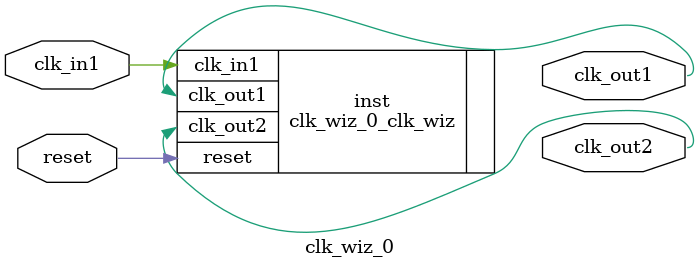
<source format=v>


`timescale 1ps/1ps

(* CORE_GENERATION_INFO = "clk_wiz_0,clk_wiz_v6_0_10_0_0,{component_name=clk_wiz_0,use_phase_alignment=true,use_min_o_jitter=false,use_max_i_jitter=false,use_dyn_phase_shift=false,use_inclk_switchover=false,use_dyn_reconfig=false,enable_axi=0,feedback_source=FDBK_AUTO,PRIMITIVE=MMCM,num_out_clk=2,clkin1_period=10.000,clkin2_period=10.000,use_power_down=false,use_reset=true,use_locked=false,use_inclk_stopped=false,feedback_type=SINGLE,CLOCK_MGR_TYPE=NA,manual_override=false}" *)

module clk_wiz_0 
 (
  // Clock out ports
  output        clk_out1,
  output        clk_out2,
  // Status and control signals
  input         reset,
 // Clock in ports
  input         clk_in1
 );

  clk_wiz_0_clk_wiz inst
  (
  // Clock out ports  
  .clk_out1(clk_out1),
  .clk_out2(clk_out2),
  // Status and control signals               
  .reset(reset), 
 // Clock in ports
  .clk_in1(clk_in1)
  );

endmodule

</source>
